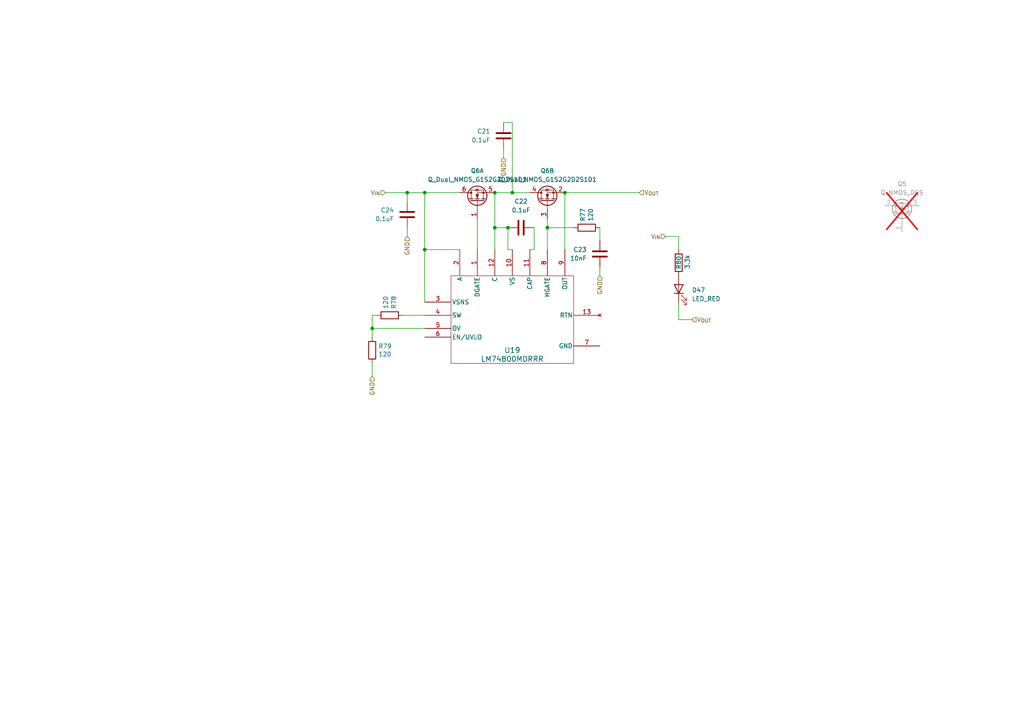
<source format=kicad_sch>
(kicad_sch (version 20250114) (generator "eeschema") (generator_version "9.0")
  (paper "A4")
  (title_block (title "BMS Comms Master Board") (rev "0.1") (company "eChook"))
  (lib_symbols
    (symbol "Device:C" (pin_numbers (hide yes)) (pin_names (offset 0.254))
      (property "Reference" "C" (at 0.635 2.54 0))
      (property "Value" "C" (at 0.635 -2.54 0))
      (symbol "C_0_1"
        (polyline (pts (xy -2.032 0.762) (xy 2.032 0.762)) (stroke (width 0.508)))
        (polyline (pts (xy -2.032 -0.762) (xy 2.032 -0.762)) (stroke (width 0.508)))
      )
      (symbol "C_1_1"
        (pin passive line (at 0 3.81 270) (length 2.794) (name "~") (number "1"))
        (pin passive line (at 0 -3.81 90) (length 2.794) (name "~") (number "2"))
      )
    )
    (symbol "Device:LED" (pin_numbers (hide yes)) (pin_names (offset 1.016) (hide yes))
      (property "Reference" "D" (at 0 2.54 0))
      (property "Value" "LED" (at 0 -2.54 0))
      (symbol "LED_0_1"
        (polyline (pts (xy -3.048 -0.762) (xy -4.572 -2.286) (xy -3.81 -2.286) (xy -4.572 -2.286) (xy -4.572 -1.524)))
        (polyline (pts (xy -1.778 -0.762) (xy -3.302 -2.286) (xy -2.54 -2.286) (xy -3.302 -2.286) (xy -3.302 -1.524)))
        (polyline (pts (xy -1.27 0) (xy 1.27 0)))
        (polyline (pts (xy -1.27 -1.27) (xy -1.27 1.27)) (stroke (width 0.254)))
        (polyline (pts (xy 1.27 -1.27) (xy 1.27 1.27) (xy -1.27 0) (xy 1.27 -1.27)) (stroke (width 0.254)))
      )
      (symbol "LED_1_1"
        (pin passive line (at -3.81 0 0) (length 2.54) (name "K") (number "1"))
        (pin passive line (at 3.81 0 180) (length 2.54) (name "A") (number "2"))
      )
    )
    (symbol "Device:R" (pin_numbers (hide yes)) (pin_names (offset 0))
      (property "Reference" "R" (at 2.032 0 90))
      (property "Value" "R" (at 0 0 90))
      (symbol "R_0_1"
        (rectangle (start -1.016 -2.54) (end 1.016 2.54) (stroke (width 0.254)))
      )
      (symbol "R_1_1"
        (pin passive line (at 0 3.81 270) (length 1.27) (name "~") (number "1"))
        (pin passive line (at 0 -3.81 90) (length 1.27) (name "~") (number "2"))
      )
    )
    (symbol "Transistor_FET:Q_Dual_NMOS_G1S2G2D2S1D1" (pin_names (offset 0) (hide yes))
      (property "Reference" "Q" (at 5.08 1.905 0))
      (property "Value" "Q_Dual_NMOS_G1S2G2D2S1D1" (at 5.08 0 0))
      (symbol "Q_Dual_NMOS_G1S2G2D2S1D1_0_1"
        (polyline (pts (xy 0.254 1.905) (xy 0.254 -1.905)) (stroke (width 0.254)))
        (polyline (pts (xy 0.254 0) (xy -2.54 0)))
        (polyline (pts (xy 0.762 2.286) (xy 0.762 1.27)) (stroke (width 0.254)))
        (polyline (pts (xy 0.762 0.508) (xy 0.762 -0.508)) (stroke (width 0.254)))
        (polyline (pts (xy 0.762 -1.27) (xy 0.762 -2.286)) (stroke (width 0.254)))
        (polyline (pts (xy 0.762 -1.778) (xy 3.302 -1.778) (xy 3.302 1.778) (xy 0.762 1.778)))
        (polyline (pts (xy 1.016 0) (xy 2.032 0.381) (xy 2.032 -0.381) (xy 1.016 0)) (fill (type outline)))
        (circle (center 1.651 0) (radius 2.794) (stroke (width 0.254)))
        (polyline (pts (xy 2.54 2.54) (xy 2.54 1.778)))
        (circle (center 2.54 1.778) (radius 0.254) (fill (type outline)))
        (circle (center 2.54 -1.778) (radius 0.254) (fill (type outline)))
        (polyline (pts (xy 2.54 -2.54) (xy 2.54 0) (xy 0.762 0)))
        (polyline (pts (xy 2.921 0.381) (xy 3.683 0.381)))
        (polyline (pts (xy 3.302 0.381) (xy 2.921 -0.254) (xy 3.683 -0.254) (xy 3.302 0.381)))
      )
      (symbol "Q_Dual_NMOS_G1S2G2D2S1D1_1_1"
        (pin input line (at -5.08 0 0) (length 2.54) (name "G") (number "1"))
        (pin passive line (at 2.54 5.08 270) (length 2.54) (name "D") (number "6"))
        (pin passive line (at 2.54 -5.08 90) (length 2.54) (name "S") (number "5"))
      )
      (symbol "Q_Dual_NMOS_G1S2G2D2S1D1_2_1"
        (pin input line (at -5.08 0 0) (length 2.54) (name "G") (number "3"))
        (pin passive line (at 2.54 5.08 270) (length 2.54) (name "D") (number "4"))
        (pin passive line (at 2.54 -5.08 90) (length 2.54) (name "S") (number "2"))
      )
    )
    (symbol "Transistor_FET:Q_NMOS_GDS" (pin_names (offset 0) (hide yes))
      (property "Reference" "Q" (at 5.08 1.905 0))
      (property "Value" "Q_NMOS_GDS" (at 5.08 0 0))
      (symbol "Q_NMOS_GDS_0_1"
        (polyline (pts (xy 0.254 1.905) (xy 0.254 -1.905)) (stroke (width 0.254)))
        (polyline (pts (xy 0.254 0) (xy -2.54 0)))
        (polyline (pts (xy 0.762 2.286) (xy 0.762 1.27)) (stroke (width 0.254)))
        (polyline (pts (xy 0.762 0.508) (xy 0.762 -0.508)) (stroke (width 0.254)))
        (polyline (pts (xy 0.762 -1.27) (xy 0.762 -2.286)) (stroke (width 0.254)))
        (polyline (pts (xy 0.762 -1.778) (xy 3.302 -1.778) (xy 3.302 1.778) (xy 0.762 1.778)))
        (polyline (pts (xy 1.016 0) (xy 2.032 0.381) (xy 2.032 -0.381) (xy 1.016 0)) (fill (type outline)))
        (circle (center 1.651 0) (radius 2.794) (stroke (width 0.254)))
        (polyline (pts (xy 2.54 2.54) (xy 2.54 1.778)))
        (circle (center 2.54 1.778) (radius 0.254) (fill (type outline)))
        (circle (center 2.54 -1.778) (radius 0.254) (fill (type outline)))
        (polyline (pts (xy 2.54 -2.54) (xy 2.54 0) (xy 0.762 0)))
        (polyline (pts (xy 2.921 0.381) (xy 3.683 0.381)))
        (polyline (pts (xy 3.302 0.381) (xy 2.921 -0.254) (xy 3.683 -0.254) (xy 3.302 0.381)))
      )
      (symbol "Q_NMOS_GDS_1_1"
        (pin input line (at -5.08 0 0) (length 2.54) (name "G") (number "1"))
        (pin passive line (at 2.54 5.08 270) (length 2.54) (name "D") (number "2"))
        (pin passive line (at 2.54 -5.08 90) (length 2.54) (name "S") (number "3"))
      )
    )
    (symbol "User:LM74800MDRRR" (pin_names (offset 0.254))
      (property "Reference" "U19" (at 25.4 -16.51 0))
      (property "Value" "LM74800MDRRR" (at 25.4 -19.05 0))
      (symbol "LM74800MDRRR_0_1"
        (polyline (pts (xy 7.62 5.08) (xy 7.62 -20.32)) (stroke (width 0.127)))
        (polyline (pts (xy 7.62 -20.32) (xy 43.18 -20.32)) (stroke (width 0.127)))
        (polyline (pts (xy 43.18 5.08) (xy 7.62 5.08)) (stroke (width 0.127)))
        (polyline (pts (xy 43.18 -20.32) (xy 43.18 5.08)) (stroke (width 0.127)))
        (pin input line (at 0 -2.54 0) (length 7.62) (name "VSNS") (number "3"))
        (pin input line (at 0 -6.35 0) (length 7.62) (name "SW") (number "4"))
        (pin input line (at 0 -10.16 0) (length 7.62) (name "OV") (number "5"))
        (pin input line (at 0 -12.7 0) (length 7.62) (name "EN/UVLO") (number "6"))
        (pin input line (at 10.16 12.7 270) (length 7.62) (name "A") (number "2"))
        (pin output line (at 15.24 12.7 270) (length 7.62) (name "DGATE") (number "1"))
        (pin input line (at 20.32 12.7 270) (length 7.62) (name "C") (number "12"))
        (pin input line (at 25.4 12.7 270) (length 7.62) (name "VS") (number "10"))
        (pin output line (at 30.48 12.7 270) (length 7.62) (name "CAP") (number "11"))
        (pin output line (at 35.56 12.7 270) (length 7.62) (name "HGATE") (number "8"))
        (pin input line (at 40.64 12.7 270) (length 7.62) (name "OUT") (number "9"))
        (pin no_connect line (at 50.8 -6.35 180) (length 7.62) (name "RTN") (number "13"))
        (pin power_out line (at 50.8 -15.24 180) (length 7.62) (name "GND") (number "7"))
      )
    )
  )
  (junction (at 107.95 95.25))
  (junction (at 148.59 55.88))
  (junction (at 143.51 55.88))
  (junction (at 147.32 66.04))
  (junction (at 118.11 55.88))
  (junction (at 143.51 66.04))
  (junction (at 123.19 72.39))
  (junction (at 158.75 66.04))
  (junction (at 163.83 55.88))
  (junction (at 123.19 55.88))
  (wire (pts (xy 163.83 55.88) (xy 185.42 55.88)))
  (wire (pts (xy 118.11 55.88) (xy 118.11 58.42)))
  (wire (pts (xy 148.59 35.56) (xy 148.59 55.88)))
  (wire (pts (xy 196.85 68.58) (xy 196.85 72.39)))
  (wire (pts (xy 163.83 55.88) (xy 163.83 72.39)))
  (wire (pts (xy 123.19 72.39) (xy 123.19 55.88)))
  (wire (pts (xy 148.59 55.88) (xy 153.67 55.88)))
  (wire (pts (xy 193.04 68.58) (xy 196.85 68.58)))
  (wire (pts (xy 107.95 105.41) (xy 107.95 109.22)))
  (wire (pts (xy 118.11 55.88) (xy 123.19 55.88)))
  (wire (pts (xy 147.32 72.39) (xy 147.32 66.04)))
  (wire (pts (xy 143.51 66.04) (xy 143.51 72.39)))
  (wire (pts (xy 173.99 77.47) (xy 173.99 80.01)))
  (wire (pts (xy 123.19 55.88) (xy 133.35 55.88)))
  (wire (pts (xy 116.84 91.44) (xy 123.19 91.44)))
  (wire (pts (xy 123.19 72.39) (xy 123.19 87.63)))
  (wire (pts (xy 200.66 92.71) (xy 196.85 92.71)))
  (wire (pts (xy 133.35 72.39) (xy 123.19 72.39)))
  (wire (pts (xy 146.05 45.72) (xy 146.05 43.18)))
  (wire (pts (xy 158.75 66.04) (xy 166.37 66.04)))
  (wire (pts (xy 158.75 66.04) (xy 158.75 72.39)))
  (wire (pts (xy 154.94 72.39) (xy 154.94 66.04)))
  (wire (pts (xy 111.76 55.88) (xy 118.11 55.88)))
  (wire (pts (xy 138.43 63.5) (xy 138.43 72.39)))
  (wire (pts (xy 158.75 63.5) (xy 158.75 66.04)))
  (wire (pts (xy 107.95 91.44) (xy 107.95 95.25)))
  (wire (pts (xy 146.05 35.56) (xy 148.59 35.56)))
  (wire (pts (xy 143.51 66.04) (xy 147.32 66.04)))
  (wire (pts (xy 153.67 72.39) (xy 154.94 72.39)))
  (wire (pts (xy 118.11 68.58) (xy 118.11 66.04)))
  (wire (pts (xy 148.59 72.39) (xy 147.32 72.39)))
  (wire (pts (xy 109.22 91.44) (xy 107.95 91.44)))
  (wire (pts (xy 196.85 92.71) (xy 196.85 87.63)))
  (wire (pts (xy 148.59 55.88) (xy 143.51 55.88)))
  (wire (pts (xy 173.99 66.04) (xy 173.99 69.85)))
  (wire (pts (xy 107.95 95.25) (xy 123.19 95.25)))
  (wire (pts (xy 143.51 55.88) (xy 143.51 66.04)))
  (wire (pts (xy 107.95 95.25) (xy 107.95 97.79)))
  (hierarchical_label "V_{IN}" (shape input) (at 193.04 68.58 180))
  (hierarchical_label "V_{IN}" (shape input) (at 111.76 55.88 180))
  (hierarchical_label "V_{OUT}" (shape input) (at 185.42 55.88 0))
  (hierarchical_label "GND" (shape input) (at 118.11 68.58 270))
  (hierarchical_label "GND" (shape input) (at 146.05 45.72 270))
  (hierarchical_label "V_{OUT}" (shape input) (at 200.66 92.71 0))
  (hierarchical_label "GND" (shape input) (at 173.99 80.01 270))
  (hierarchical_label "GND" (shape input) (at 107.95 109.22 270))
  (symbol (lib_id "Device:LED") (at 196.85 83.82 90) (unit 1)
    (property "Reference" "D47" (at 200.66 84.1374 90) (effects (justify right)))
    (property "Value" "LED_RED" (at 200.66 86.6774 90) (effects (justify right)))
    (property "Footprint" "LED_SMD:LED_0603_1608Metric" (effects (hide yes)))
    (property "LCSC" "C2286" (effects (hide yes)))
  )
  (symbol (lib_id "Device:C") (at 118.11 62.23 0) (mirror x) (unit 1)
    (property "Reference" "C24" (at 114.3 60.9599 0) (effects (justify right)))
    (property "Value" "0.1uF" (at 114.3 63.4999 0) (effects (justify right)))
    (property "Footprint" "Capacitor_SMD:C_0402_1005Metric" (effects (hide yes)))
    (property "Description" "100nf 25V X7R" (effects (hide yes)))
    (property "LCSC" "C105883" (effects (hide yes)))
  )
  (symbol (lib_id "Device:C") (at 146.05 39.37 0) (mirror x) (unit 1)
    (property "Reference" "C21" (at 142.24 38.0999 0) (effects (justify right)))
    (property "Value" "0.1uF" (at 142.24 40.6399 0) (effects (justify right)))
    (property "Footprint" "Capacitor_SMD:C_0402_1005Metric" (effects (hide yes)))
    (property "Description" "100nf 25V X7R" (effects (hide yes)))
    (property "LCSC" "C105883" (effects (hide yes)))
  )
  (symbol (lib_id "Device:R") (at 170.18 66.04 90) (unit 1)
    (property "Reference" "R77" (at 169.0116 64.262 0) (effects (justify left)))
    (property "Value" "120" (at 171.323 64.262 0) (effects (justify left)))
    (property "Footprint" "Resistor_SMD:R_0402_1005Metric" (effects (hide yes)))
  )
  (symbol (lib_id "Device:C") (at 173.99 73.66 0) (mirror x) (unit 1)
    (property "Reference" "C23" (at 170.18 72.3899 0) (effects (justify right)))
    (property "Value" "10nF" (at 170.18 74.9299 0) (effects (justify right)))
    (property "Footprint" "Capacitor_SMD:C_0402_1005Metric" (effects (hide yes)))
    (property "Description" "X7R 10nF 25V" (effects (hide yes)))
    (property "LCSC" "C3855387" (effects (hide yes)))
  )
  (symbol (lib_id "Device:C") (at 151.13 66.04 90) (mirror x) (unit 1)
    (property "Reference" "C22" (at 151.13 58.42 90))
    (property "Value" "0.1uF" (at 151.13 60.96 90))
    (property "Footprint" "Capacitor_SMD:C_0402_1005Metric" (effects (hide yes)))
    (property "Description" "100nf 25V X7R" (effects (hide yes)))
    (property "LCSC" "C105883" (effects (hide yes)))
  )
  (symbol (lib_id "User:LM74800MDRRR") (at 123.19 85.09 0) (unit 1)
    (property "Reference" "U19" (at 148.59 101.6 0) (effects (font (size 1.524 1.524))))
    (property "Value" "LM74800MDRRR" (at 148.59 104.14 0) (effects (font (size 1.524 1.524))))
    (property "Footprint" "WSON12_DRR_TEX" (effects (hide yes)))
    (property "Datasheet" "LM74800MDRRR" (effects (hide yes)))
  )
  (symbol (lib_id "Device:R") (at 196.85 76.2 180) (unit 1)
    (property "Reference" "R80" (at 196.85 78.105 90) (effects (justify right)))
    (property "Value" "3.3k" (at 199.39 78.105 90) (effects (justify right)))
    (property "Footprint" "Resistor_SMD:R_0603_1608Metric" (effects (hide yes)))
  )
  (symbol (lib_id "Transistor_FET:Q_Dual_NMOS_G1S2G2D2S1D1") (at 158.75 58.42 90) (unit 2)
    (property "Reference" "Q6" (at 158.75 49.53 90))
    (property "Value" "Q_Dual_NMOS_G1S2G2D2S1D1" (at 158.75 52.07 90))
    (property "Footprint" "Package_TO_SOT_SMD:SOT-23-6" (effects (hide yes)))
    (property "Datasheet" "https://www.lcsc.com/datasheet/lcsc_datasheet_2411121116_TECH-PUBLIC-SI3932DV_C5123910.pdf" (effects (hide yes)))
    (property "Description" "Dual NMOS transistor, 6 pin package" (effects (hide yes)))
    (property "LCSC" "C5123910" (effects (hide yes)))
  )
  (symbol (lib_id "Device:R") (at 113.03 91.44 270) (mirror x) (unit 1)
    (property "Reference" "R78" (at 114.1984 89.662 0) (effects (justify left)))
    (property "Value" "120" (at 111.887 89.662 0) (effects (justify left)))
    (property "Footprint" "Resistor_SMD:R_0402_1005Metric" (effects (hide yes)))
  )
  (symbol (lib_id "Transistor_FET:Q_NMOS_GDS") (at 261.62 62.23 90) (unit 1) (exclude_from_sim yes) (in_bom no) (on_board no) (dnp yes)
    (property "Reference" "Q5" (at 261.62 53.34 90))
    (property "Value" "Q_NMOS_DGS" (at 261.62 55.88 90))
    (property "Footprint" "Package_TO_SOT_SMD:SOT-89-3" (effects (hide yes)))
    (property "Datasheet" "https://www.lcsc.com/datasheet/lcsc_datasheet_2411121101_TECH-PUBLIC-ZXMN6A11ZTA-P_C2923352.pdf" (effects (hide yes)))
    (property "Description" "60V 3.5A 1.7W 62mΩ@10V,3A SOT-89-3 MOSFETs ROHS" (effects (hide yes)))
    (property "LCSC" "C2923352" (effects (hide yes)))
  )
  (symbol (lib_id "Device:R") (at 107.95 101.6 0) (unit 1)
    (property "Reference" "R79" (at 109.728 100.4316 0) (effects (justify left)))
    (property "Value" "120" (at 109.728 102.743 0) (effects (justify left)))
    (property "Footprint" "Resistor_SMD:R_0402_1005Metric" (effects (hide yes)))
  )
  (symbol (lib_id "Transistor_FET:Q_Dual_NMOS_G1S2G2D2S1D1") (at 138.43 58.42 90) (unit 1)
    (property "Reference" "Q6" (at 138.43 49.53 90))
    (property "Value" "Q_Dual_NMOS_G1S2G2D2S1D1" (at 138.43 52.07 90))
    (property "Footprint" "Package_TO_SOT_SMD:SOT-23-6" (effects (hide yes)))
    (property "Datasheet" "https://www.lcsc.com/datasheet/lcsc_datasheet_2411121116_TECH-PUBLIC-SI3932DV_C5123910.pdf" (effects (hide yes)))
    (property "Description" "Dual NMOS transistor, 6 pin package" (effects (hide yes)))
    (property "LCSC" "C5123910" (effects (hide yes)))
  )
)
</source>
